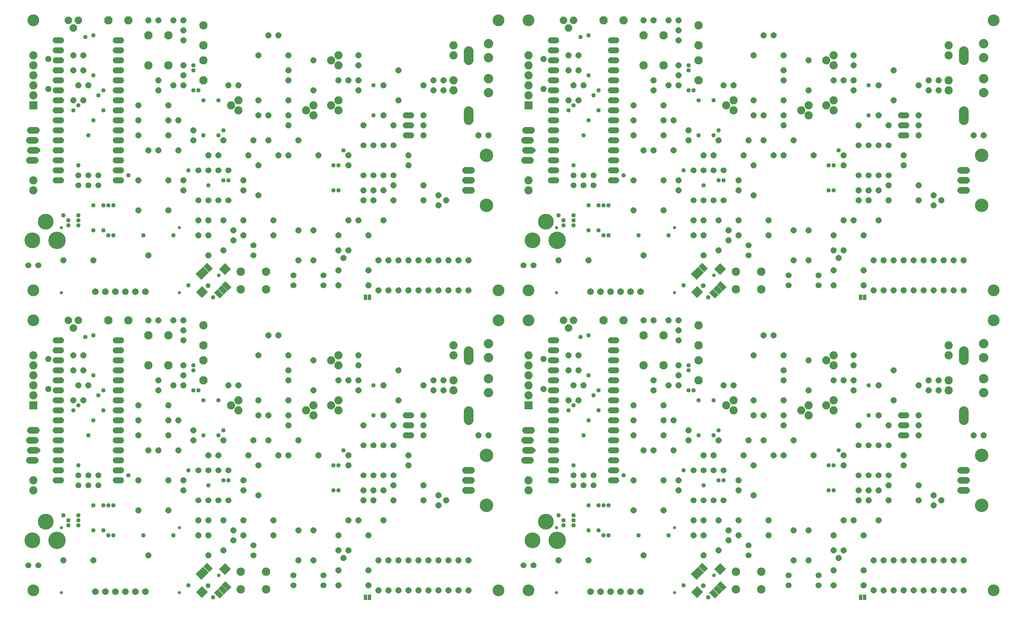
<source format=gts>
G75*
%MOIN*%
%OFA0B0*%
%FSLAX25Y25*%
%IPPOS*%
%LPD*%
%AMOC8*
5,1,8,0,0,1.08239X$1,22.5*
%
%ADD10C,0.11800*%
%ADD11OC8,0.06000*%
%ADD12C,0.08300*%
%ADD13OC8,0.08300*%
%ADD14C,0.09650*%
%ADD15C,0.13461*%
%ADD16C,0.06000*%
%ADD17C,0.06800*%
%ADD18C,0.08200*%
%ADD19C,0.06000*%
%ADD20C,0.08400*%
%ADD21C,0.05950*%
%ADD22C,0.05950*%
%ADD23OC8,0.07400*%
%ADD24R,0.08200X0.08200*%
%ADD25C,0.09400*%
%ADD26C,0.03162*%
%ADD27C,0.06737*%
%ADD28R,0.08083X0.05131*%
%ADD29R,0.08280X0.08674*%
%ADD30C,0.03753*%
%ADD31C,0.04934*%
%ADD32R,0.03300X0.05800*%
%ADD33C,0.17398*%
%ADD34C,0.15824*%
%ADD35C,0.04369*%
D10*
X0035000Y0017679D03*
X0035000Y0287679D03*
X0035000Y0317679D03*
X0035000Y0587679D03*
X0500000Y0587679D03*
X0530000Y0587679D03*
X0530000Y0317679D03*
X0500000Y0317679D03*
X0500000Y0287679D03*
X0530000Y0287679D03*
X0530000Y0017679D03*
X0500000Y0017679D03*
X0995000Y0017679D03*
X0995000Y0287679D03*
X0995000Y0317679D03*
X0995000Y0587679D03*
D11*
X0940000Y0527679D03*
X0930000Y0527679D03*
X0920000Y0522679D03*
X0930000Y0517679D03*
X0940000Y0517679D03*
X0920000Y0492679D03*
X0920000Y0482679D03*
X0920000Y0472679D03*
X0890000Y0482679D03*
X0880000Y0492679D03*
X0860000Y0482679D03*
X0845000Y0452679D03*
X0845000Y0442679D03*
X0815000Y0452679D03*
X0785000Y0452679D03*
X0775000Y0452679D03*
X0755000Y0442679D03*
X0745000Y0452679D03*
X0750000Y0467679D03*
X0765000Y0467679D03*
X0785000Y0482679D03*
X0785000Y0492679D03*
X0765000Y0492679D03*
X0755000Y0492679D03*
X0755000Y0507679D03*
X0735000Y0522679D03*
X0725000Y0522679D03*
X0755000Y0552679D03*
X0765000Y0572679D03*
X0775000Y0572679D03*
X0785000Y0552679D03*
X0810000Y0547679D03*
X0785000Y0537679D03*
X0785000Y0527679D03*
X0810000Y0517679D03*
X0835000Y0527679D03*
X0845000Y0527679D03*
X0855000Y0527679D03*
X0855000Y0517679D03*
X0880000Y0522679D03*
X0895000Y0537679D03*
X0895000Y0507679D03*
X0855000Y0542679D03*
X0855000Y0552679D03*
X0785000Y0507679D03*
X0795000Y0467679D03*
X0740000Y0427679D03*
X0740000Y0417679D03*
X0755000Y0412679D03*
X0740000Y0387679D03*
X0730000Y0377679D03*
X0740000Y0372679D03*
X0730000Y0367679D03*
X0720000Y0357679D03*
X0705000Y0352679D03*
X0705000Y0372679D03*
X0695000Y0372679D03*
X0695000Y0387679D03*
X0705000Y0387679D03*
X0720000Y0387679D03*
X0680000Y0417679D03*
X0680000Y0427679D03*
X0665000Y0427679D03*
X0635000Y0427679D03*
X0635000Y0397679D03*
X0665000Y0397679D03*
X0645000Y0352679D03*
X0590000Y0347679D03*
X0560000Y0347679D03*
X0470000Y0347679D03*
X0460000Y0347679D03*
X0450000Y0347679D03*
X0440000Y0347679D03*
X0430000Y0347679D03*
X0420000Y0347679D03*
X0410000Y0347679D03*
X0400000Y0347679D03*
X0390000Y0347679D03*
X0380000Y0347679D03*
X0370000Y0337679D03*
X0370000Y0322679D03*
X0380000Y0317679D03*
X0390000Y0317679D03*
X0400000Y0317679D03*
X0410000Y0317679D03*
X0420000Y0317679D03*
X0430000Y0317679D03*
X0440000Y0317679D03*
X0450000Y0317679D03*
X0460000Y0317679D03*
X0470000Y0317679D03*
X0370000Y0372679D03*
X0350000Y0357679D03*
X0340000Y0357679D03*
X0345000Y0350179D03*
X0340000Y0337679D03*
X0340000Y0322679D03*
X0315000Y0347679D03*
X0300000Y0347679D03*
X0275000Y0372679D03*
X0275000Y0387679D03*
X0300000Y0377679D03*
X0315000Y0377679D03*
X0340000Y0372679D03*
X0350000Y0387679D03*
X0360000Y0387679D03*
X0365000Y0407679D03*
X0375000Y0407679D03*
X0375000Y0417679D03*
X0365000Y0417679D03*
X0385000Y0417679D03*
X0395000Y0422679D03*
X0395000Y0407679D03*
X0385000Y0387679D03*
X0425000Y0407679D03*
X0440000Y0412679D03*
X0447500Y0407679D03*
X0440000Y0402679D03*
X0425000Y0422679D03*
X0410000Y0442679D03*
X0410000Y0452679D03*
X0425000Y0472679D03*
X0425000Y0482679D03*
X0425000Y0492679D03*
X0400000Y0507679D03*
X0385000Y0522679D03*
X0400000Y0537679D03*
X0425000Y0522679D03*
X0435000Y0527679D03*
X0445000Y0527679D03*
X0445000Y0517679D03*
X0435000Y0517679D03*
X0385000Y0492679D03*
X0395000Y0482679D03*
X0365000Y0482679D03*
X0350000Y0452679D03*
X0350000Y0442679D03*
X0320000Y0452679D03*
X0300000Y0467679D03*
X0290000Y0482679D03*
X0290000Y0492679D03*
X0270000Y0492679D03*
X0260000Y0492679D03*
X0260000Y0507679D03*
X0240000Y0522679D03*
X0230000Y0522679D03*
X0260000Y0552679D03*
X0270000Y0572679D03*
X0280000Y0572679D03*
X0290000Y0552679D03*
X0315000Y0547679D03*
X0290000Y0537679D03*
X0290000Y0527679D03*
X0315000Y0517679D03*
X0340000Y0527679D03*
X0350000Y0527679D03*
X0360000Y0527679D03*
X0360000Y0517679D03*
X0360000Y0542679D03*
X0360000Y0552679D03*
X0290000Y0507679D03*
X0270000Y0467679D03*
X0255000Y0467679D03*
X0250000Y0452679D03*
X0260000Y0442679D03*
X0280000Y0452679D03*
X0290000Y0452679D03*
X0245000Y0427679D03*
X0245000Y0417679D03*
X0260000Y0412679D03*
X0245000Y0387679D03*
X0235000Y0377679D03*
X0245000Y0372679D03*
X0235000Y0367679D03*
X0225000Y0357679D03*
X0210000Y0352679D03*
X0210000Y0372679D03*
X0200000Y0372679D03*
X0200000Y0387679D03*
X0210000Y0387679D03*
X0225000Y0387679D03*
X0185000Y0417679D03*
X0185000Y0427679D03*
X0170000Y0427679D03*
X0140000Y0427679D03*
X0140000Y0397679D03*
X0170000Y0397679D03*
X0150000Y0352679D03*
X0095000Y0347679D03*
X0065000Y0347679D03*
X0150000Y0287679D03*
X0160000Y0287679D03*
X0175000Y0287679D03*
X0185000Y0287679D03*
X0185000Y0277679D03*
X0185000Y0267679D03*
X0185000Y0242679D03*
X0185000Y0232679D03*
X0185000Y0222679D03*
X0175000Y0222679D03*
X0160000Y0227679D03*
X0160000Y0217679D03*
X0170000Y0202679D03*
X0170000Y0187679D03*
X0180000Y0187679D03*
X0195000Y0177679D03*
X0195000Y0167679D03*
X0180000Y0157679D03*
X0170000Y0172679D03*
X0160000Y0157679D03*
X0150000Y0157679D03*
X0140000Y0172679D03*
X0140000Y0187679D03*
X0140000Y0202679D03*
X0090000Y0222679D03*
X0080000Y0222679D03*
X0075000Y0207679D03*
X0085000Y0207679D03*
X0050000Y0219179D03*
X0075000Y0237679D03*
X0085000Y0237679D03*
X0085000Y0252679D03*
X0075000Y0252679D03*
X0050000Y0249179D03*
X0210000Y0152679D03*
X0220000Y0152679D03*
X0225000Y0167679D03*
X0250000Y0152679D03*
X0260000Y0142679D03*
X0245000Y0127679D03*
X0245000Y0117679D03*
X0260000Y0112679D03*
X0245000Y0087679D03*
X0235000Y0077679D03*
X0235000Y0067679D03*
X0245000Y0072679D03*
X0225000Y0087679D03*
X0210000Y0087679D03*
X0200000Y0087679D03*
X0200000Y0072679D03*
X0210000Y0072679D03*
X0225000Y0057679D03*
X0210000Y0052679D03*
X0150000Y0052679D03*
X0095000Y0047679D03*
X0065000Y0047679D03*
X0140000Y0097679D03*
X0170000Y0097679D03*
X0185000Y0117679D03*
X0185000Y0127679D03*
X0170000Y0127679D03*
X0140000Y0127679D03*
X0255000Y0167679D03*
X0270000Y0167679D03*
X0280000Y0152679D03*
X0290000Y0152679D03*
X0300000Y0167679D03*
X0320000Y0152679D03*
X0350000Y0152679D03*
X0350000Y0142679D03*
X0365000Y0117679D03*
X0375000Y0117679D03*
X0385000Y0117679D03*
X0395000Y0122679D03*
X0395000Y0107679D03*
X0375000Y0107679D03*
X0365000Y0107679D03*
X0360000Y0087679D03*
X0350000Y0087679D03*
X0340000Y0072679D03*
X0315000Y0077679D03*
X0300000Y0077679D03*
X0275000Y0072679D03*
X0275000Y0087679D03*
X0340000Y0057679D03*
X0345000Y0050179D03*
X0350000Y0057679D03*
X0340000Y0037679D03*
X0315000Y0047679D03*
X0300000Y0047679D03*
X0340000Y0022679D03*
X0370000Y0022679D03*
X0380000Y0017679D03*
X0390000Y0017679D03*
X0400000Y0017679D03*
X0410000Y0017679D03*
X0420000Y0017679D03*
X0430000Y0017679D03*
X0440000Y0017679D03*
X0450000Y0017679D03*
X0460000Y0017679D03*
X0470000Y0017679D03*
X0470000Y0047679D03*
X0460000Y0047679D03*
X0450000Y0047679D03*
X0440000Y0047679D03*
X0430000Y0047679D03*
X0420000Y0047679D03*
X0410000Y0047679D03*
X0400000Y0047679D03*
X0390000Y0047679D03*
X0380000Y0047679D03*
X0370000Y0037679D03*
X0370000Y0072679D03*
X0385000Y0087679D03*
X0425000Y0107679D03*
X0440000Y0112679D03*
X0447500Y0107679D03*
X0440000Y0102679D03*
X0425000Y0122679D03*
X0410000Y0142679D03*
X0410000Y0152679D03*
X0425000Y0172679D03*
X0425000Y0182679D03*
X0425000Y0192679D03*
X0400000Y0207679D03*
X0385000Y0222679D03*
X0400000Y0237679D03*
X0425000Y0222679D03*
X0435000Y0227679D03*
X0445000Y0227679D03*
X0445000Y0217679D03*
X0435000Y0217679D03*
X0385000Y0192679D03*
X0395000Y0182679D03*
X0365000Y0182679D03*
X0360000Y0217679D03*
X0360000Y0227679D03*
X0350000Y0227679D03*
X0340000Y0227679D03*
X0315000Y0217679D03*
X0290000Y0227679D03*
X0290000Y0237679D03*
X0290000Y0252679D03*
X0315000Y0247679D03*
X0360000Y0252679D03*
X0360000Y0242679D03*
X0290000Y0207679D03*
X0290000Y0192679D03*
X0290000Y0182679D03*
X0270000Y0192679D03*
X0260000Y0192679D03*
X0260000Y0207679D03*
X0240000Y0222679D03*
X0230000Y0222679D03*
X0260000Y0252679D03*
X0270000Y0272679D03*
X0280000Y0272679D03*
X0480000Y0172679D03*
X0490000Y0172679D03*
X0545000Y0219179D03*
X0570000Y0207679D03*
X0580000Y0207679D03*
X0575000Y0222679D03*
X0585000Y0222679D03*
X0580000Y0237679D03*
X0570000Y0237679D03*
X0570000Y0252679D03*
X0580000Y0252679D03*
X0545000Y0249179D03*
X0635000Y0202679D03*
X0635000Y0187679D03*
X0635000Y0172679D03*
X0645000Y0157679D03*
X0655000Y0157679D03*
X0665000Y0172679D03*
X0675000Y0157679D03*
X0690000Y0167679D03*
X0690000Y0177679D03*
X0675000Y0187679D03*
X0665000Y0187679D03*
X0665000Y0202679D03*
X0655000Y0217679D03*
X0655000Y0227679D03*
X0670000Y0222679D03*
X0680000Y0222679D03*
X0680000Y0232679D03*
X0680000Y0242679D03*
X0680000Y0267679D03*
X0680000Y0277679D03*
X0680000Y0287679D03*
X0670000Y0287679D03*
X0655000Y0287679D03*
X0645000Y0287679D03*
X0725000Y0222679D03*
X0735000Y0222679D03*
X0755000Y0207679D03*
X0755000Y0192679D03*
X0765000Y0192679D03*
X0785000Y0192679D03*
X0785000Y0182679D03*
X0795000Y0167679D03*
X0785000Y0152679D03*
X0775000Y0152679D03*
X0765000Y0167679D03*
X0750000Y0167679D03*
X0745000Y0152679D03*
X0755000Y0142679D03*
X0740000Y0127679D03*
X0740000Y0117679D03*
X0755000Y0112679D03*
X0740000Y0087679D03*
X0730000Y0077679D03*
X0730000Y0067679D03*
X0740000Y0072679D03*
X0720000Y0087679D03*
X0705000Y0087679D03*
X0695000Y0087679D03*
X0695000Y0072679D03*
X0705000Y0072679D03*
X0720000Y0057679D03*
X0705000Y0052679D03*
X0645000Y0052679D03*
X0590000Y0047679D03*
X0560000Y0047679D03*
X0635000Y0097679D03*
X0665000Y0097679D03*
X0680000Y0117679D03*
X0680000Y0127679D03*
X0665000Y0127679D03*
X0635000Y0127679D03*
X0705000Y0152679D03*
X0715000Y0152679D03*
X0720000Y0167679D03*
X0785000Y0207679D03*
X0810000Y0217679D03*
X0785000Y0227679D03*
X0785000Y0237679D03*
X0785000Y0252679D03*
X0810000Y0247679D03*
X0835000Y0227679D03*
X0845000Y0227679D03*
X0855000Y0227679D03*
X0855000Y0217679D03*
X0880000Y0222679D03*
X0895000Y0207679D03*
X0880000Y0192679D03*
X0890000Y0182679D03*
X0860000Y0182679D03*
X0845000Y0152679D03*
X0845000Y0142679D03*
X0815000Y0152679D03*
X0860000Y0117679D03*
X0870000Y0117679D03*
X0880000Y0117679D03*
X0890000Y0122679D03*
X0890000Y0107679D03*
X0870000Y0107679D03*
X0860000Y0107679D03*
X0855000Y0087679D03*
X0845000Y0087679D03*
X0835000Y0072679D03*
X0810000Y0077679D03*
X0795000Y0077679D03*
X0770000Y0072679D03*
X0770000Y0087679D03*
X0835000Y0057679D03*
X0840000Y0050179D03*
X0845000Y0057679D03*
X0835000Y0037679D03*
X0810000Y0047679D03*
X0795000Y0047679D03*
X0835000Y0022679D03*
X0865000Y0022679D03*
X0875000Y0017679D03*
X0885000Y0017679D03*
X0895000Y0017679D03*
X0905000Y0017679D03*
X0915000Y0017679D03*
X0925000Y0017679D03*
X0935000Y0017679D03*
X0945000Y0017679D03*
X0955000Y0017679D03*
X0965000Y0017679D03*
X0965000Y0047679D03*
X0955000Y0047679D03*
X0945000Y0047679D03*
X0935000Y0047679D03*
X0925000Y0047679D03*
X0915000Y0047679D03*
X0905000Y0047679D03*
X0895000Y0047679D03*
X0885000Y0047679D03*
X0875000Y0047679D03*
X0865000Y0037679D03*
X0865000Y0072679D03*
X0880000Y0087679D03*
X0920000Y0107679D03*
X0935000Y0112679D03*
X0942500Y0107679D03*
X0935000Y0102679D03*
X0920000Y0122679D03*
X0905000Y0142679D03*
X0905000Y0152679D03*
X0920000Y0172679D03*
X0920000Y0182679D03*
X0920000Y0192679D03*
X0930000Y0217679D03*
X0930000Y0227679D03*
X0940000Y0227679D03*
X0940000Y0217679D03*
X0920000Y0222679D03*
X0895000Y0237679D03*
X0855000Y0242679D03*
X0855000Y0252679D03*
X0775000Y0272679D03*
X0765000Y0272679D03*
X0755000Y0252679D03*
X0875000Y0317679D03*
X0885000Y0317679D03*
X0895000Y0317679D03*
X0905000Y0317679D03*
X0915000Y0317679D03*
X0925000Y0317679D03*
X0935000Y0317679D03*
X0945000Y0317679D03*
X0955000Y0317679D03*
X0965000Y0317679D03*
X0965000Y0347679D03*
X0955000Y0347679D03*
X0945000Y0347679D03*
X0935000Y0347679D03*
X0925000Y0347679D03*
X0915000Y0347679D03*
X0905000Y0347679D03*
X0895000Y0347679D03*
X0885000Y0347679D03*
X0875000Y0347679D03*
X0865000Y0337679D03*
X0865000Y0322679D03*
X0835000Y0322679D03*
X0835000Y0337679D03*
X0840000Y0350179D03*
X0835000Y0357679D03*
X0845000Y0357679D03*
X0835000Y0372679D03*
X0810000Y0377679D03*
X0795000Y0377679D03*
X0770000Y0372679D03*
X0770000Y0387679D03*
X0795000Y0347679D03*
X0810000Y0347679D03*
X0865000Y0372679D03*
X0855000Y0387679D03*
X0845000Y0387679D03*
X0860000Y0407679D03*
X0870000Y0407679D03*
X0870000Y0417679D03*
X0860000Y0417679D03*
X0880000Y0417679D03*
X0890000Y0422679D03*
X0890000Y0407679D03*
X0880000Y0387679D03*
X0920000Y0407679D03*
X0935000Y0412679D03*
X0942500Y0407679D03*
X0935000Y0402679D03*
X0920000Y0422679D03*
X0905000Y0442679D03*
X0905000Y0452679D03*
X0975000Y0472679D03*
X0985000Y0472679D03*
X0720000Y0467679D03*
X0715000Y0452679D03*
X0705000Y0452679D03*
X0690000Y0467679D03*
X0690000Y0477679D03*
X0675000Y0487679D03*
X0665000Y0487679D03*
X0665000Y0472679D03*
X0655000Y0457679D03*
X0645000Y0457679D03*
X0635000Y0472679D03*
X0635000Y0487679D03*
X0635000Y0502679D03*
X0655000Y0517679D03*
X0670000Y0522679D03*
X0680000Y0522679D03*
X0680000Y0532679D03*
X0680000Y0542679D03*
X0655000Y0527679D03*
X0665000Y0502679D03*
X0675000Y0457679D03*
X0580000Y0507679D03*
X0570000Y0507679D03*
X0575000Y0522679D03*
X0585000Y0522679D03*
X0580000Y0537679D03*
X0570000Y0537679D03*
X0570000Y0552679D03*
X0580000Y0552679D03*
X0545000Y0549179D03*
X0545000Y0519179D03*
X0490000Y0472679D03*
X0480000Y0472679D03*
X0645000Y0587679D03*
X0655000Y0587679D03*
X0670000Y0587679D03*
X0680000Y0587679D03*
X0680000Y0577679D03*
X0680000Y0567679D03*
X0225000Y0467679D03*
X0220000Y0452679D03*
X0210000Y0452679D03*
X0195000Y0467679D03*
X0195000Y0477679D03*
X0180000Y0487679D03*
X0170000Y0487679D03*
X0170000Y0472679D03*
X0160000Y0457679D03*
X0150000Y0457679D03*
X0140000Y0472679D03*
X0140000Y0487679D03*
X0140000Y0502679D03*
X0160000Y0517679D03*
X0175000Y0522679D03*
X0185000Y0522679D03*
X0185000Y0532679D03*
X0185000Y0542679D03*
X0160000Y0527679D03*
X0170000Y0502679D03*
X0180000Y0457679D03*
X0085000Y0507679D03*
X0075000Y0507679D03*
X0080000Y0522679D03*
X0090000Y0522679D03*
X0085000Y0537679D03*
X0075000Y0537679D03*
X0075000Y0552679D03*
X0085000Y0552679D03*
X0050000Y0549179D03*
X0050000Y0519179D03*
X0150000Y0587679D03*
X0160000Y0587679D03*
X0175000Y0587679D03*
X0185000Y0587679D03*
X0185000Y0577679D03*
X0185000Y0567679D03*
X0975000Y0172679D03*
X0985000Y0172679D03*
D12*
X0700000Y0247679D03*
X0665000Y0272679D03*
X0700000Y0282679D03*
X0645000Y0242679D03*
X0625000Y0287679D03*
X0205000Y0282679D03*
X0170000Y0272679D03*
X0130000Y0287679D03*
X0150000Y0242679D03*
X0205000Y0247679D03*
X0150000Y0542679D03*
X0170000Y0572679D03*
X0205000Y0582679D03*
X0205000Y0547679D03*
X0130000Y0587679D03*
X0625000Y0587679D03*
X0665000Y0572679D03*
X0700000Y0582679D03*
X0700000Y0547679D03*
X0645000Y0542679D03*
D13*
X0665000Y0542679D03*
X0700000Y0527679D03*
X0700000Y0562679D03*
X0645000Y0572679D03*
X0605000Y0587679D03*
X0205000Y0562679D03*
X0170000Y0542679D03*
X0205000Y0527679D03*
X0150000Y0572679D03*
X0110000Y0587679D03*
X0110000Y0287679D03*
X0150000Y0272679D03*
X0170000Y0242679D03*
X0205000Y0227679D03*
X0205000Y0262679D03*
X0605000Y0287679D03*
X0645000Y0272679D03*
X0665000Y0242679D03*
X0700000Y0227679D03*
X0700000Y0262679D03*
D14*
X0470000Y0257104D02*
X0470000Y0248254D01*
X0470000Y0197104D02*
X0470000Y0188254D01*
X0965000Y0188254D02*
X0965000Y0197104D01*
X0965000Y0248254D02*
X0965000Y0257104D01*
X0965000Y0488254D02*
X0965000Y0497104D01*
X0965000Y0548254D02*
X0965000Y0557104D01*
X0470000Y0557104D02*
X0470000Y0548254D01*
X0470000Y0497104D02*
X0470000Y0488254D01*
D15*
X0488000Y0452679D03*
X0488000Y0402679D03*
X0488000Y0152679D03*
X0488000Y0102679D03*
X0983000Y0102679D03*
X0983000Y0152679D03*
X0983000Y0402679D03*
X0983000Y0452679D03*
D16*
X0890000Y0462679D03*
X0880000Y0462679D03*
X0870000Y0462679D03*
X0860000Y0462679D03*
X0860000Y0432679D03*
X0870000Y0432679D03*
X0880000Y0432679D03*
X0890000Y0432679D03*
X0750000Y0362679D03*
X0750000Y0352679D03*
X0790000Y0332679D03*
X0790000Y0322679D03*
X0820000Y0322679D03*
X0820000Y0332679D03*
X0725000Y0407679D03*
X0715000Y0407679D03*
X0705000Y0407679D03*
X0695000Y0407679D03*
X0695000Y0437679D03*
X0705000Y0437679D03*
X0715000Y0437679D03*
X0725000Y0437679D03*
X0535000Y0342679D03*
X0525000Y0342679D03*
X0395000Y0432679D03*
X0385000Y0432679D03*
X0375000Y0432679D03*
X0365000Y0432679D03*
X0365000Y0462679D03*
X0375000Y0462679D03*
X0385000Y0462679D03*
X0395000Y0462679D03*
X0230000Y0437679D03*
X0220000Y0437679D03*
X0210000Y0437679D03*
X0200000Y0437679D03*
X0200000Y0407679D03*
X0210000Y0407679D03*
X0220000Y0407679D03*
X0230000Y0407679D03*
X0255000Y0362679D03*
X0255000Y0352679D03*
X0295000Y0332679D03*
X0295000Y0322679D03*
X0325000Y0322679D03*
X0325000Y0332679D03*
X0040000Y0342679D03*
X0030000Y0342679D03*
X0365000Y0162679D03*
X0375000Y0162679D03*
X0385000Y0162679D03*
X0395000Y0162679D03*
X0395000Y0132679D03*
X0385000Y0132679D03*
X0375000Y0132679D03*
X0365000Y0132679D03*
X0255000Y0062679D03*
X0255000Y0052679D03*
X0295000Y0032679D03*
X0295000Y0022679D03*
X0325000Y0022679D03*
X0325000Y0032679D03*
X0230000Y0107679D03*
X0220000Y0107679D03*
X0210000Y0107679D03*
X0200000Y0107679D03*
X0200000Y0137679D03*
X0210000Y0137679D03*
X0220000Y0137679D03*
X0230000Y0137679D03*
X0040000Y0042679D03*
X0030000Y0042679D03*
X0525000Y0042679D03*
X0535000Y0042679D03*
X0695000Y0107679D03*
X0705000Y0107679D03*
X0715000Y0107679D03*
X0725000Y0107679D03*
X0725000Y0137679D03*
X0715000Y0137679D03*
X0705000Y0137679D03*
X0695000Y0137679D03*
X0750000Y0062679D03*
X0750000Y0052679D03*
X0790000Y0032679D03*
X0790000Y0022679D03*
X0820000Y0022679D03*
X0820000Y0032679D03*
X0860000Y0132679D03*
X0870000Y0132679D03*
X0880000Y0132679D03*
X0890000Y0132679D03*
X0890000Y0162679D03*
X0880000Y0162679D03*
X0870000Y0162679D03*
X0860000Y0162679D03*
D17*
X0962000Y0137679D02*
X0968000Y0137679D01*
X0968000Y0127679D02*
X0962000Y0127679D01*
X0962000Y0117679D02*
X0968000Y0117679D01*
X0533000Y0157679D02*
X0527000Y0157679D01*
X0526000Y0167679D02*
X0532000Y0167679D01*
X0533000Y0177679D02*
X0527000Y0177679D01*
X0526000Y0147679D02*
X0532000Y0147679D01*
X0473000Y0137679D02*
X0467000Y0137679D01*
X0467000Y0127679D02*
X0473000Y0127679D01*
X0473000Y0117679D02*
X0467000Y0117679D01*
X0038000Y0157679D02*
X0032000Y0157679D01*
X0031000Y0167679D02*
X0037000Y0167679D01*
X0038000Y0177679D02*
X0032000Y0177679D01*
X0031000Y0147679D02*
X0037000Y0147679D01*
X0467000Y0417679D02*
X0473000Y0417679D01*
X0473000Y0427679D02*
X0467000Y0427679D01*
X0467000Y0437679D02*
X0473000Y0437679D01*
X0526000Y0447679D02*
X0532000Y0447679D01*
X0533000Y0457679D02*
X0527000Y0457679D01*
X0526000Y0467679D02*
X0532000Y0467679D01*
X0533000Y0477679D02*
X0527000Y0477679D01*
X0962000Y0437679D02*
X0968000Y0437679D01*
X0968000Y0427679D02*
X0962000Y0427679D01*
X0962000Y0417679D02*
X0968000Y0417679D01*
X0038000Y0457679D02*
X0032000Y0457679D01*
X0031000Y0447679D02*
X0037000Y0447679D01*
X0037000Y0467679D02*
X0031000Y0467679D01*
X0032000Y0477679D02*
X0038000Y0477679D01*
D18*
X0035000Y0512679D03*
X0035000Y0522679D03*
X0035000Y0532679D03*
X0035000Y0542679D03*
X0035000Y0552679D03*
X0232500Y0502679D03*
X0240000Y0507679D03*
X0240000Y0497679D03*
X0307500Y0497679D03*
X0315000Y0502679D03*
X0315000Y0492679D03*
X0332500Y0502679D03*
X0340000Y0507679D03*
X0340000Y0497679D03*
X0340000Y0542679D03*
X0332500Y0547679D03*
X0340000Y0552679D03*
X0455000Y0552679D03*
X0455000Y0562679D03*
X0455000Y0527679D03*
X0455000Y0517679D03*
X0530000Y0522679D03*
X0530000Y0532679D03*
X0530000Y0542679D03*
X0530000Y0552679D03*
X0530000Y0512679D03*
X0530000Y0427679D03*
X0530000Y0417679D03*
X0727500Y0502679D03*
X0735000Y0507679D03*
X0735000Y0497679D03*
X0802500Y0497679D03*
X0810000Y0502679D03*
X0810000Y0492679D03*
X0827500Y0502679D03*
X0835000Y0507679D03*
X0835000Y0497679D03*
X0835000Y0542679D03*
X0827500Y0547679D03*
X0835000Y0552679D03*
X0950000Y0552679D03*
X0950000Y0562679D03*
X0950000Y0527679D03*
X0950000Y0517679D03*
X0950000Y0262679D03*
X0950000Y0252679D03*
X0950000Y0227679D03*
X0950000Y0217679D03*
X0835000Y0207679D03*
X0827500Y0202679D03*
X0835000Y0197679D03*
X0810000Y0202679D03*
X0802500Y0197679D03*
X0810000Y0192679D03*
X0735000Y0197679D03*
X0727500Y0202679D03*
X0735000Y0207679D03*
X0827500Y0247679D03*
X0835000Y0252679D03*
X0835000Y0242679D03*
X0530000Y0242679D03*
X0530000Y0252679D03*
X0530000Y0232679D03*
X0530000Y0222679D03*
X0530000Y0212679D03*
X0455000Y0217679D03*
X0455000Y0227679D03*
X0455000Y0252679D03*
X0455000Y0262679D03*
X0340000Y0252679D03*
X0332500Y0247679D03*
X0340000Y0242679D03*
X0340000Y0207679D03*
X0332500Y0202679D03*
X0340000Y0197679D03*
X0315000Y0202679D03*
X0307500Y0197679D03*
X0315000Y0192679D03*
X0240000Y0197679D03*
X0232500Y0202679D03*
X0240000Y0207679D03*
X0035000Y0212679D03*
X0035000Y0222679D03*
X0035000Y0232679D03*
X0035000Y0242679D03*
X0035000Y0252679D03*
X0035000Y0127679D03*
X0035000Y0117679D03*
X0530000Y0117679D03*
X0530000Y0127679D03*
X0035000Y0417679D03*
X0035000Y0427679D03*
D19*
X0407400Y0472679D02*
X0412600Y0472679D01*
X0412600Y0482679D02*
X0407400Y0482679D01*
X0407400Y0492679D02*
X0412600Y0492679D01*
X0902400Y0492679D02*
X0907600Y0492679D01*
X0907600Y0482679D02*
X0902400Y0482679D01*
X0902400Y0472679D02*
X0907600Y0472679D01*
X0907600Y0192679D02*
X0902400Y0192679D01*
X0902400Y0182679D02*
X0907600Y0182679D01*
X0907600Y0172679D02*
X0902400Y0172679D01*
X0412600Y0172679D02*
X0407400Y0172679D01*
X0407400Y0182679D02*
X0412600Y0182679D01*
X0412600Y0192679D02*
X0407400Y0192679D01*
D20*
X0267800Y0318779D03*
X0242200Y0318779D03*
X0242200Y0336579D03*
X0267800Y0336579D03*
X0737200Y0336579D03*
X0762800Y0336579D03*
X0762800Y0318779D03*
X0737200Y0318779D03*
X0737200Y0036579D03*
X0762800Y0036579D03*
X0762800Y0018779D03*
X0737200Y0018779D03*
X0267800Y0018779D03*
X0242200Y0018779D03*
X0242200Y0036579D03*
X0267800Y0036579D03*
D21*
X0122575Y0127679D02*
X0117425Y0127679D01*
X0117425Y0137679D02*
X0122575Y0137679D01*
X0122575Y0147679D02*
X0117425Y0147679D01*
X0117425Y0157679D02*
X0122575Y0157679D01*
X0122575Y0167679D02*
X0117425Y0167679D01*
X0117425Y0177679D02*
X0122575Y0177679D01*
X0122575Y0187679D02*
X0117425Y0187679D01*
X0117425Y0197679D02*
X0122575Y0197679D01*
X0122575Y0207679D02*
X0117425Y0207679D01*
X0117425Y0217679D02*
X0122575Y0217679D01*
X0122575Y0227679D02*
X0117425Y0227679D01*
X0117425Y0237679D02*
X0122575Y0237679D01*
X0122575Y0247679D02*
X0117425Y0247679D01*
X0117425Y0257679D02*
X0122575Y0257679D01*
X0122575Y0267679D02*
X0117425Y0267679D01*
X0062575Y0267679D02*
X0057425Y0267679D01*
X0057425Y0257679D02*
X0062575Y0257679D01*
X0062575Y0247679D02*
X0057425Y0247679D01*
X0057425Y0237679D02*
X0062575Y0237679D01*
X0062575Y0227679D02*
X0057425Y0227679D01*
X0057425Y0217679D02*
X0062575Y0217679D01*
X0062575Y0207679D02*
X0057425Y0207679D01*
X0057425Y0197679D02*
X0062575Y0197679D01*
X0062575Y0187679D02*
X0057425Y0187679D01*
X0057425Y0177679D02*
X0062575Y0177679D01*
X0062575Y0167679D02*
X0057425Y0167679D01*
X0057425Y0157679D02*
X0062575Y0157679D01*
X0062575Y0147679D02*
X0057425Y0147679D01*
X0057425Y0137679D02*
X0062575Y0137679D01*
X0062575Y0127679D02*
X0057425Y0127679D01*
X0552425Y0127679D02*
X0557575Y0127679D01*
X0557575Y0137679D02*
X0552425Y0137679D01*
X0552425Y0147679D02*
X0557575Y0147679D01*
X0557575Y0157679D02*
X0552425Y0157679D01*
X0552425Y0167679D02*
X0557575Y0167679D01*
X0557575Y0177679D02*
X0552425Y0177679D01*
X0552425Y0187679D02*
X0557575Y0187679D01*
X0557575Y0197679D02*
X0552425Y0197679D01*
X0552425Y0207679D02*
X0557575Y0207679D01*
X0557575Y0217679D02*
X0552425Y0217679D01*
X0552425Y0227679D02*
X0557575Y0227679D01*
X0557575Y0237679D02*
X0552425Y0237679D01*
X0552425Y0247679D02*
X0557575Y0247679D01*
X0557575Y0257679D02*
X0552425Y0257679D01*
X0552425Y0267679D02*
X0557575Y0267679D01*
X0612425Y0267679D02*
X0617575Y0267679D01*
X0617575Y0257679D02*
X0612425Y0257679D01*
X0612425Y0247679D02*
X0617575Y0247679D01*
X0617575Y0237679D02*
X0612425Y0237679D01*
X0612425Y0227679D02*
X0617575Y0227679D01*
X0617575Y0217679D02*
X0612425Y0217679D01*
X0612425Y0207679D02*
X0617575Y0207679D01*
X0617575Y0197679D02*
X0612425Y0197679D01*
X0612425Y0187679D02*
X0617575Y0187679D01*
X0617575Y0177679D02*
X0612425Y0177679D01*
X0612425Y0167679D02*
X0617575Y0167679D01*
X0617575Y0157679D02*
X0612425Y0157679D01*
X0612425Y0147679D02*
X0617575Y0147679D01*
X0617575Y0137679D02*
X0612425Y0137679D01*
X0612425Y0127679D02*
X0617575Y0127679D01*
X0617575Y0427679D02*
X0612425Y0427679D01*
X0612425Y0437679D02*
X0617575Y0437679D01*
X0617575Y0447679D02*
X0612425Y0447679D01*
X0612425Y0457679D02*
X0617575Y0457679D01*
X0617575Y0467679D02*
X0612425Y0467679D01*
X0612425Y0477679D02*
X0617575Y0477679D01*
X0617575Y0487679D02*
X0612425Y0487679D01*
X0612425Y0497679D02*
X0617575Y0497679D01*
X0617575Y0507679D02*
X0612425Y0507679D01*
X0612425Y0517679D02*
X0617575Y0517679D01*
X0617575Y0527679D02*
X0612425Y0527679D01*
X0612425Y0537679D02*
X0617575Y0537679D01*
X0617575Y0547679D02*
X0612425Y0547679D01*
X0612425Y0557679D02*
X0617575Y0557679D01*
X0617575Y0567679D02*
X0612425Y0567679D01*
X0557575Y0567679D02*
X0552425Y0567679D01*
X0552425Y0557679D02*
X0557575Y0557679D01*
X0557575Y0547679D02*
X0552425Y0547679D01*
X0552425Y0537679D02*
X0557575Y0537679D01*
X0557575Y0527679D02*
X0552425Y0527679D01*
X0552425Y0517679D02*
X0557575Y0517679D01*
X0557575Y0507679D02*
X0552425Y0507679D01*
X0552425Y0497679D02*
X0557575Y0497679D01*
X0557575Y0487679D02*
X0552425Y0487679D01*
X0552425Y0477679D02*
X0557575Y0477679D01*
X0557575Y0467679D02*
X0552425Y0467679D01*
X0552425Y0457679D02*
X0557575Y0457679D01*
X0557575Y0447679D02*
X0552425Y0447679D01*
X0552425Y0437679D02*
X0557575Y0437679D01*
X0557575Y0427679D02*
X0552425Y0427679D01*
X0122575Y0427679D02*
X0117425Y0427679D01*
X0117425Y0437679D02*
X0122575Y0437679D01*
X0122575Y0447679D02*
X0117425Y0447679D01*
X0117425Y0457679D02*
X0122575Y0457679D01*
X0122575Y0467679D02*
X0117425Y0467679D01*
X0117425Y0477679D02*
X0122575Y0477679D01*
X0122575Y0487679D02*
X0117425Y0487679D01*
X0117425Y0497679D02*
X0122575Y0497679D01*
X0122575Y0507679D02*
X0117425Y0507679D01*
X0117425Y0517679D02*
X0122575Y0517679D01*
X0122575Y0527679D02*
X0117425Y0527679D01*
X0117425Y0537679D02*
X0122575Y0537679D01*
X0122575Y0547679D02*
X0117425Y0547679D01*
X0117425Y0557679D02*
X0122575Y0557679D01*
X0122575Y0567679D02*
X0117425Y0567679D01*
X0062575Y0567679D02*
X0057425Y0567679D01*
X0057425Y0557679D02*
X0062575Y0557679D01*
X0062575Y0547679D02*
X0057425Y0547679D01*
X0057425Y0537679D02*
X0062575Y0537679D01*
X0062575Y0527679D02*
X0057425Y0527679D01*
X0057425Y0517679D02*
X0062575Y0517679D01*
X0062575Y0507679D02*
X0057425Y0507679D01*
X0057425Y0497679D02*
X0062575Y0497679D01*
X0062575Y0487679D02*
X0057425Y0487679D01*
X0057425Y0477679D02*
X0062575Y0477679D01*
X0062575Y0467679D02*
X0057425Y0467679D01*
X0057425Y0457679D02*
X0062575Y0457679D01*
X0062575Y0447679D02*
X0057425Y0447679D01*
X0057425Y0437679D02*
X0062575Y0437679D01*
X0062575Y0427679D02*
X0057425Y0427679D01*
D22*
X0080000Y0432679D03*
X0090000Y0432679D03*
X0100000Y0432679D03*
X0100000Y0422679D03*
X0090000Y0422679D03*
X0080000Y0422679D03*
X0080000Y0132679D03*
X0090000Y0132679D03*
X0100000Y0132679D03*
X0100000Y0122679D03*
X0090000Y0122679D03*
X0080000Y0122679D03*
X0575000Y0122679D03*
X0575000Y0132679D03*
X0585000Y0132679D03*
X0595000Y0132679D03*
X0595000Y0122679D03*
X0585000Y0122679D03*
X0585000Y0422679D03*
X0575000Y0422679D03*
X0575000Y0432679D03*
X0585000Y0432679D03*
X0595000Y0432679D03*
X0595000Y0422679D03*
D23*
X0575000Y0287679D03*
X0570000Y0280179D03*
X0565000Y0287679D03*
X0080000Y0287679D03*
X0075000Y0280179D03*
X0070000Y0287679D03*
X0075000Y0580179D03*
X0070000Y0587679D03*
X0080000Y0587679D03*
X0565000Y0587679D03*
X0570000Y0580179D03*
X0575000Y0587679D03*
D24*
X0530000Y0502679D03*
X0035000Y0502679D03*
X0035000Y0202679D03*
X0530000Y0202679D03*
D25*
X0490000Y0215592D03*
X0490000Y0229371D03*
X0490000Y0250592D03*
X0490000Y0264371D03*
X0490000Y0515592D03*
X0490000Y0529371D03*
X0490000Y0550592D03*
X0490000Y0564371D03*
X0985000Y0564371D03*
X0985000Y0550592D03*
X0985000Y0529371D03*
X0985000Y0515592D03*
X0985000Y0264371D03*
X0985000Y0250592D03*
X0985000Y0229371D03*
X0985000Y0215592D03*
D26*
X0675984Y0315553D03*
X0675984Y0380513D03*
X0557874Y0380513D03*
X0557874Y0315553D03*
X0180984Y0315553D03*
X0180984Y0380513D03*
X0062874Y0380513D03*
X0062874Y0315553D03*
X0062874Y0080513D03*
X0062874Y0015553D03*
X0180984Y0015553D03*
X0180984Y0080513D03*
X0557874Y0080513D03*
X0557874Y0015553D03*
X0675984Y0015553D03*
X0675984Y0080513D03*
D27*
X0641930Y0016553D03*
X0631930Y0016553D03*
X0621930Y0016553D03*
X0611930Y0016553D03*
X0601930Y0016553D03*
X0591930Y0016553D03*
X0146930Y0016553D03*
X0136930Y0016553D03*
X0126930Y0016553D03*
X0116930Y0016553D03*
X0106930Y0016553D03*
X0096930Y0016553D03*
X0096930Y0316553D03*
X0106930Y0316553D03*
X0116930Y0316553D03*
X0126930Y0316553D03*
X0136930Y0316553D03*
X0146930Y0316553D03*
X0591930Y0316553D03*
X0601930Y0316553D03*
X0611930Y0316553D03*
X0621930Y0316553D03*
X0631930Y0316553D03*
X0641930Y0316553D03*
D28*
G36*
X0697889Y0328366D02*
X0692175Y0334080D01*
X0695803Y0337708D01*
X0701517Y0331994D01*
X0697889Y0328366D01*
G37*
G36*
X0701787Y0332264D02*
X0696073Y0337978D01*
X0699701Y0341606D01*
X0705415Y0335892D01*
X0701787Y0332264D01*
G37*
G36*
X0705684Y0336161D02*
X0699970Y0341875D01*
X0703598Y0345503D01*
X0709312Y0339789D01*
X0705684Y0336161D01*
G37*
G36*
X0724197Y0317649D02*
X0718483Y0323363D01*
X0722111Y0326991D01*
X0727825Y0321277D01*
X0724197Y0317649D01*
G37*
G36*
X0720299Y0313751D02*
X0714585Y0319465D01*
X0718213Y0323093D01*
X0723927Y0317379D01*
X0720299Y0313751D01*
G37*
G36*
X0716402Y0309854D02*
X0710688Y0315568D01*
X0714316Y0319196D01*
X0720030Y0313482D01*
X0716402Y0309854D01*
G37*
G36*
X0705684Y0036161D02*
X0699970Y0041875D01*
X0703598Y0045503D01*
X0709312Y0039789D01*
X0705684Y0036161D01*
G37*
G36*
X0701787Y0032264D02*
X0696073Y0037978D01*
X0699701Y0041606D01*
X0705415Y0035892D01*
X0701787Y0032264D01*
G37*
G36*
X0697889Y0028366D02*
X0692175Y0034080D01*
X0695803Y0037708D01*
X0701517Y0031994D01*
X0697889Y0028366D01*
G37*
G36*
X0716402Y0009854D02*
X0710688Y0015568D01*
X0714316Y0019196D01*
X0720030Y0013482D01*
X0716402Y0009854D01*
G37*
G36*
X0720299Y0013751D02*
X0714585Y0019465D01*
X0718213Y0023093D01*
X0723927Y0017379D01*
X0720299Y0013751D01*
G37*
G36*
X0724197Y0017649D02*
X0718483Y0023363D01*
X0722111Y0026991D01*
X0727825Y0021277D01*
X0724197Y0017649D01*
G37*
G36*
X0229197Y0017649D02*
X0223483Y0023363D01*
X0227111Y0026991D01*
X0232825Y0021277D01*
X0229197Y0017649D01*
G37*
G36*
X0225299Y0013751D02*
X0219585Y0019465D01*
X0223213Y0023093D01*
X0228927Y0017379D01*
X0225299Y0013751D01*
G37*
G36*
X0221402Y0009854D02*
X0215688Y0015568D01*
X0219316Y0019196D01*
X0225030Y0013482D01*
X0221402Y0009854D01*
G37*
G36*
X0202889Y0028366D02*
X0197175Y0034080D01*
X0200803Y0037708D01*
X0206517Y0031994D01*
X0202889Y0028366D01*
G37*
G36*
X0206787Y0032264D02*
X0201073Y0037978D01*
X0204701Y0041606D01*
X0210415Y0035892D01*
X0206787Y0032264D01*
G37*
G36*
X0210684Y0036161D02*
X0204970Y0041875D01*
X0208598Y0045503D01*
X0214312Y0039789D01*
X0210684Y0036161D01*
G37*
G36*
X0221402Y0309854D02*
X0215688Y0315568D01*
X0219316Y0319196D01*
X0225030Y0313482D01*
X0221402Y0309854D01*
G37*
G36*
X0225299Y0313751D02*
X0219585Y0319465D01*
X0223213Y0323093D01*
X0228927Y0317379D01*
X0225299Y0313751D01*
G37*
G36*
X0229197Y0317649D02*
X0223483Y0323363D01*
X0227111Y0326991D01*
X0232825Y0321277D01*
X0229197Y0317649D01*
G37*
G36*
X0206787Y0332264D02*
X0201073Y0337978D01*
X0204701Y0341606D01*
X0210415Y0335892D01*
X0206787Y0332264D01*
G37*
G36*
X0202889Y0328366D02*
X0197175Y0334080D01*
X0200803Y0337708D01*
X0206517Y0331994D01*
X0202889Y0328366D01*
G37*
G36*
X0210684Y0336161D02*
X0204970Y0341875D01*
X0208598Y0345503D01*
X0214312Y0339789D01*
X0210684Y0336161D01*
G37*
D29*
G36*
X0226358Y0333182D02*
X0220503Y0339037D01*
X0226636Y0345170D01*
X0232491Y0339315D01*
X0226358Y0333182D01*
G37*
G36*
X0203364Y0310187D02*
X0197509Y0316042D01*
X0203642Y0322175D01*
X0209497Y0316320D01*
X0203364Y0310187D01*
G37*
G36*
X0226358Y0033182D02*
X0220503Y0039037D01*
X0226636Y0045170D01*
X0232491Y0039315D01*
X0226358Y0033182D01*
G37*
G36*
X0203364Y0010187D02*
X0197509Y0016042D01*
X0203642Y0022175D01*
X0209497Y0016320D01*
X0203364Y0010187D01*
G37*
G36*
X0698364Y0010187D02*
X0692509Y0016042D01*
X0698642Y0022175D01*
X0704497Y0016320D01*
X0698364Y0010187D01*
G37*
G36*
X0721358Y0033182D02*
X0715503Y0039037D01*
X0721636Y0045170D01*
X0727491Y0039315D01*
X0721358Y0033182D01*
G37*
G36*
X0698364Y0310187D02*
X0692509Y0316042D01*
X0698642Y0322175D01*
X0704497Y0316320D01*
X0698364Y0310187D01*
G37*
G36*
X0721358Y0333182D02*
X0715503Y0339037D01*
X0721636Y0345170D01*
X0727491Y0339315D01*
X0721358Y0333182D01*
G37*
D30*
X0715289Y0332968D03*
X0220289Y0332968D03*
X0220289Y0032968D03*
X0715289Y0032968D03*
D31*
X0704711Y0022389D03*
X0209711Y0022389D03*
X0209711Y0322389D03*
X0704711Y0322389D03*
D32*
X0862000Y0310679D03*
X0866000Y0310679D03*
X0371000Y0310679D03*
X0367000Y0310679D03*
X0367000Y0010679D03*
X0371000Y0010679D03*
X0862000Y0010679D03*
X0866000Y0010679D03*
D33*
X0558543Y0067679D03*
X0558543Y0367679D03*
X0058543Y0367679D03*
X0058543Y0067679D03*
D34*
X0033937Y0067679D03*
X0047323Y0086576D03*
X0033937Y0367679D03*
X0047323Y0386576D03*
X0533937Y0367679D03*
X0547323Y0386576D03*
X0547323Y0086576D03*
X0533937Y0067679D03*
D35*
X0565000Y0082679D03*
X0565000Y0087679D03*
X0560000Y0092679D03*
X0575000Y0092679D03*
X0575000Y0087679D03*
X0575000Y0082679D03*
X0590000Y0077679D03*
X0600000Y0077679D03*
X0605000Y0072679D03*
X0610000Y0072679D03*
X0640000Y0072679D03*
X0670000Y0072679D03*
X0610000Y0102679D03*
X0605000Y0102679D03*
X0600000Y0102679D03*
X0590000Y0102679D03*
X0625000Y0132679D03*
X0575000Y0142679D03*
X0535000Y0157679D03*
X0585000Y0172679D03*
X0590000Y0187679D03*
X0600000Y0197679D03*
X0595000Y0212679D03*
X0600000Y0217679D03*
X0590000Y0232679D03*
X0575000Y0202679D03*
X0570000Y0197679D03*
X0690000Y0217679D03*
X0695000Y0217679D03*
X0700000Y0207679D03*
X0715000Y0207679D03*
X0720000Y0177679D03*
X0715000Y0172679D03*
X0700000Y0172679D03*
X0685000Y0137679D03*
X0705000Y0122679D03*
X0720000Y0127679D03*
X0725000Y0127679D03*
X0830000Y0117679D03*
X0835000Y0117679D03*
X0835000Y0142679D03*
X0830000Y0142679D03*
X0840000Y0157679D03*
X0870000Y0192679D03*
X0870000Y0222679D03*
X0709500Y0310679D03*
X0685000Y0322679D03*
X0670000Y0372679D03*
X0640000Y0372679D03*
X0610000Y0372679D03*
X0605000Y0372679D03*
X0600000Y0377679D03*
X0590000Y0377679D03*
X0575000Y0382679D03*
X0575000Y0387679D03*
X0575000Y0392679D03*
X0565000Y0387679D03*
X0565000Y0382679D03*
X0560000Y0392679D03*
X0590000Y0402679D03*
X0600000Y0402679D03*
X0605000Y0402679D03*
X0610000Y0402679D03*
X0625000Y0432679D03*
X0575000Y0442679D03*
X0535000Y0457679D03*
X0585000Y0472679D03*
X0590000Y0487679D03*
X0600000Y0497679D03*
X0595000Y0512679D03*
X0600000Y0517679D03*
X0590000Y0532679D03*
X0575000Y0502679D03*
X0570000Y0497679D03*
X0690000Y0517679D03*
X0695000Y0517679D03*
X0700000Y0507679D03*
X0715000Y0507679D03*
X0690000Y0537679D03*
X0690000Y0542679D03*
X0590000Y0572679D03*
X0582000Y0571179D03*
X0720000Y0477679D03*
X0715000Y0472679D03*
X0700000Y0472679D03*
X0685000Y0437679D03*
X0705000Y0422679D03*
X0720000Y0427679D03*
X0725000Y0427679D03*
X0830000Y0417679D03*
X0835000Y0417679D03*
X0835000Y0442679D03*
X0830000Y0442679D03*
X0840000Y0457679D03*
X0870000Y0492679D03*
X0870000Y0522679D03*
X0590000Y0272679D03*
X0582000Y0271179D03*
X0690000Y0242679D03*
X0690000Y0237679D03*
X0375000Y0222679D03*
X0375000Y0192679D03*
X0345000Y0157679D03*
X0340000Y0142679D03*
X0335000Y0142679D03*
X0335000Y0117679D03*
X0340000Y0117679D03*
X0230000Y0127679D03*
X0225000Y0127679D03*
X0210000Y0122679D03*
X0190000Y0137679D03*
X0205000Y0172679D03*
X0220000Y0172679D03*
X0225000Y0177679D03*
X0220000Y0207679D03*
X0205000Y0207679D03*
X0200000Y0217679D03*
X0195000Y0217679D03*
X0195000Y0237679D03*
X0195000Y0242679D03*
X0105000Y0217679D03*
X0100000Y0212679D03*
X0080000Y0202679D03*
X0075000Y0197679D03*
X0095000Y0187679D03*
X0105000Y0197679D03*
X0090000Y0172679D03*
X0080000Y0142679D03*
X0040000Y0157679D03*
X0130000Y0132679D03*
X0115000Y0102679D03*
X0110000Y0102679D03*
X0105000Y0102679D03*
X0095000Y0102679D03*
X0080000Y0092679D03*
X0080000Y0087679D03*
X0080000Y0082679D03*
X0070000Y0082679D03*
X0070000Y0087679D03*
X0065000Y0092679D03*
X0095000Y0077679D03*
X0105000Y0077679D03*
X0110000Y0072679D03*
X0115000Y0072679D03*
X0145000Y0072679D03*
X0175000Y0072679D03*
X0190000Y0022679D03*
X0214500Y0010679D03*
X0095000Y0232679D03*
X0087000Y0271179D03*
X0095000Y0272679D03*
X0190000Y0322679D03*
X0214500Y0310679D03*
X0175000Y0372679D03*
X0145000Y0372679D03*
X0115000Y0372679D03*
X0110000Y0372679D03*
X0105000Y0377679D03*
X0095000Y0377679D03*
X0080000Y0382679D03*
X0080000Y0387679D03*
X0080000Y0392679D03*
X0070000Y0387679D03*
X0070000Y0382679D03*
X0065000Y0392679D03*
X0095000Y0402679D03*
X0105000Y0402679D03*
X0110000Y0402679D03*
X0115000Y0402679D03*
X0130000Y0432679D03*
X0080000Y0442679D03*
X0040000Y0457679D03*
X0090000Y0472679D03*
X0095000Y0487679D03*
X0105000Y0497679D03*
X0100000Y0512679D03*
X0105000Y0517679D03*
X0095000Y0532679D03*
X0080000Y0502679D03*
X0075000Y0497679D03*
X0195000Y0517679D03*
X0200000Y0517679D03*
X0205000Y0507679D03*
X0220000Y0507679D03*
X0195000Y0537679D03*
X0195000Y0542679D03*
X0095000Y0572679D03*
X0087000Y0571179D03*
X0225000Y0477679D03*
X0220000Y0472679D03*
X0205000Y0472679D03*
X0190000Y0437679D03*
X0210000Y0422679D03*
X0225000Y0427679D03*
X0230000Y0427679D03*
X0335000Y0417679D03*
X0340000Y0417679D03*
X0340000Y0442679D03*
X0335000Y0442679D03*
X0345000Y0457679D03*
X0375000Y0492679D03*
X0375000Y0522679D03*
X0685000Y0022679D03*
X0709500Y0010679D03*
M02*

</source>
